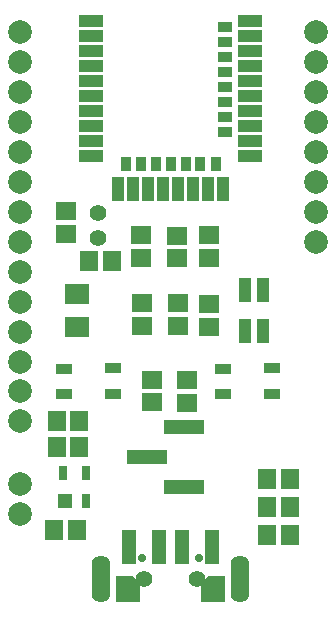
<source format=gbr>
G04 DipTrace 3.2.0.1*
G04 TopMask.gbr*
%MOMM*%
G04 #@! TF.FileFunction,Soldermask,Top*
G04 #@! TF.Part,Single*
%AMOUTLINE1*
4,1,4,
0.64636,0.4552,
-0.65356,0.4448,
-0.64636,-0.4552,
0.65356,-0.4448,
0.64636,0.4552,
0*%
%AMOUTLINE10*
4,1,5,
-1.0,0.44142,
-1.0,-1.1,
1.0,-1.1,
1.0,1.1,
-0.34142,1.1,
-1.0,0.44142,
0*%
%AMOUTLINE13*
4,1,5,
-1.0,-1.1,
1.0,-1.1,
1.0,0.44142,
0.34142,1.1,
-1.0,1.1,
-1.0,-1.1,
0*%
%ADD43C,1.4*%
%ADD44C,0.7*%
%ADD46C,1.4*%
%ADD48R,3.37X1.22*%
%ADD52R,1.2X2.9*%
%ADD54O,1.6X4.0*%
%ADD56R,0.8X1.2*%
%ADD58R,1.2X1.2*%
%ADD60R,0.95X1.3*%
%ADD62R,1.3X0.95*%
%ADD64R,1.0X2.1*%
%ADD66R,2.1X1.0*%
%ADD68R,1.0X2.0*%
%ADD70R,2.0X1.8*%
%ADD74C,2.0*%
%ADD76C,2.0*%
%ADD80R,1.5X1.7*%
%ADD82R,1.7X1.5*%
%ADD87OUTLINE1*%
%ADD96OUTLINE10*%
%ADD99OUTLINE13*%
%FSLAX35Y35*%
G04*
G71*
G90*
G75*
G01*
G04 TopMask*
%LPD*%
D82*
X-839233Y-1301417D3*
Y-1111417D3*
X365620Y-1502000D3*
Y-1312000D3*
X99000Y-1508000D3*
Y-1318000D3*
D80*
X-645000Y-1527000D3*
X-455000D3*
D82*
X185000Y-2731000D3*
Y-2541000D3*
D80*
X-920520Y-2883797D3*
X-730520D3*
X-920637Y-3102870D3*
X-730637D3*
X861000Y-3373407D3*
X1051000D3*
X861000Y-3852000D3*
X1051000D3*
X861000Y-3612000D3*
X1051000D3*
X-753713Y-3812647D3*
X-943713D3*
D76*
X-1230000Y-356000D3*
Y-102000D3*
Y152000D3*
Y406000D3*
X1272000Y-356000D3*
Y-102000D3*
Y152000D3*
Y406000D3*
X-1230000Y-1371000D3*
Y-1117000D3*
Y-863000D3*
Y-609000D3*
X1272000Y-1372000D3*
Y-1118000D3*
Y-864000D3*
Y-610000D3*
X-1234000Y-1624000D3*
D74*
X-1230000Y-1878000D3*
D76*
X-1234000Y-2132000D3*
D74*
X-1230000Y-2386000D3*
D76*
X-1234000Y-2635000D3*
D74*
X-1230000Y-2889000D3*
D76*
X-1234000Y-3416900D3*
D74*
X-1230000Y-3670900D3*
D70*
X-750000Y-2090000D3*
Y-1810000D3*
D82*
X-209000Y-1503000D3*
Y-1313000D3*
X-202000Y-2079000D3*
Y-1889000D3*
X107000Y-2080000D3*
Y-1890000D3*
X365600Y-2089000D3*
Y-1899000D3*
X-118000Y-2728000D3*
Y-2538000D3*
D68*
X825000Y-2120000D3*
Y-1780000D3*
X675000Y-2120000D3*
Y-1780000D3*
D66*
X-628000Y-640000D3*
Y-513000D3*
Y-386000D3*
Y-259000D3*
Y-132000D3*
Y-5000D3*
Y122000D3*
Y249000D3*
Y376000D3*
Y503000D3*
X712000Y-640000D3*
Y-513000D3*
Y-386000D3*
Y-259000D3*
Y-132000D3*
Y-5000D3*
Y122000D3*
Y249000D3*
Y376000D3*
Y503000D3*
D64*
X-21500Y-920000D3*
X105500D3*
X-148500D3*
X232500D3*
X-275500D3*
X359500D3*
X-402500D3*
X486500D3*
D62*
X502000Y-443000D3*
Y-315000D3*
Y-189000D3*
Y-61000D3*
Y66000D3*
Y193000D3*
Y320000D3*
D60*
X-339000Y-710000D3*
X-212000D3*
X-85000D3*
X42000D3*
X169000D3*
X295000D3*
X423000D3*
D62*
X502000Y447000D3*
D87*
X-858353Y-2444163D3*
X-856633Y-2659157D3*
X-443367Y-2440843D3*
X-441647Y-2655837D3*
X483647Y-2444163D3*
X485367Y-2659157D3*
X898633Y-2440843D3*
X900353Y-2655837D3*
D58*
X-847757Y-3559366D3*
D56*
X-677757D3*
Y-3329366D3*
X-867757D3*
D54*
X627000Y-4220000D3*
X-543000D3*
D52*
X-308000Y-3950000D3*
X-58000D3*
X142000D3*
X392000D3*
D43*
X-183000Y-4220000D3*
X267000D3*
D96*
X403930Y-4310793D3*
D99*
X-321070D3*
D44*
X-201070Y-4045793D3*
X283930D3*
D48*
X-158500Y-3186363D3*
X158500Y-2932363D3*
Y-3440363D3*
D46*
X-575793Y-1336740D3*
Y-1126740D3*
M02*

</source>
